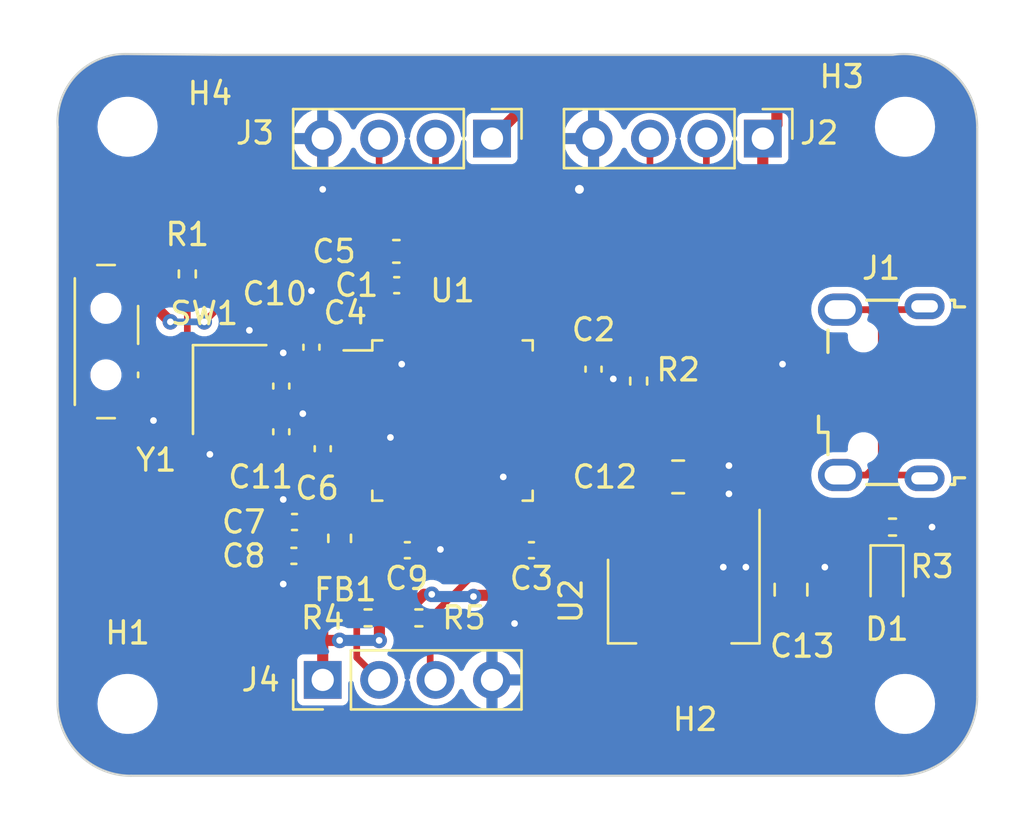
<source format=kicad_pcb>
(kicad_pcb (version 20221018) (generator pcbnew)
  (layers (0 "F.Cu" signal) (31 "B.Cu" power) (34 "B.Paste" user) (35 "F.Paste" user) (36 "B.SilkS" user "B.Silkscreen") (37 "F.SilkS" user "F.Silkscreen") (38 "B.Mask" user) (39 "F.Mask" user) (44 "Edge.Cuts" user))
  (net 0 "")
  (net 1 "+3.3V")
  (net 2 "GND")
  (net 3 "+3.3VA")
  (net 4 "Net-(U1-NRST)")
  (net 5 "/HSE_IN")
  (net 6 "/HSE_OUT")
  (net 7 "VBUS")
  (net 8 "/USB_D-")
  (net 9 "/USB_D+")
  (net 10 "/SW_DIO")
  (net 11 "/SWCLK")
  (net 12 "/USART1_TX")
  (net 13 "/USART1_RX")
  (net 14 "/I2C2_SCL")
  (net 15 "/I2C2_SDA")
  (net 16 "/Boot0")
  (net 44 "/PWR_LED_K")
  (net 46 "unconnected-(J1-Shield-Pad6)")
  (net 47 "/SW_BOOT0")
  (footprint "Resistor_SMD:R_0402_1005Metric" (layer "F.Cu") (at 67.828 103.124 180)
    (fp_text reference "R4" (at 2.042 0) (layer "F.SilkS"))
    (fp_text value "1k5")
    (pad "1" smd roundrect (at -0.51 0 180) (size 0.54 0.64) (layers "F.Cu" "F.Paste" "F.Mask") (net 1 "+3.3V"))
    (pad "2" smd roundrect (at 0.51 0 180) (size 0.54 0.64) (layers "F.Cu" "F.Paste" "F.Mask") (net 14 "/I2C2_SCL"))
  )
  (footprint "Capacitor_SMD:C_0805_2012Metric" (layer "F.Cu") (at 86.868 101.854 90)
    (fp_text reference "C13" (at -2.54 0.508 180) (layer "F.SilkS"))
    (fp_text value "22u")
    (pad "1" smd roundrect (at -0.95 0 90) (size 1 1.45) (layers "F.Cu" "F.Paste" "F.Mask") (net 1 "+3.3V"))
    (pad "2" smd roundrect (at 0.95 0 90) (size 1 1.45) (layers "F.Cu" "F.Paste" "F.Mask") (net 2 "GND"))
  )
  (footprint "Capacitor_SMD:C_0402_1005Metric" (layer "F.Cu") (at 64.488 100.33 180)
    (fp_text reference "C8" (at 2.258 0) (layer "F.SilkS"))
    (fp_text value "1u")
    (pad "1" smd roundrect (at -0.48 0 180) (size 0.56 0.62) (layers "F.Cu" "F.Paste" "F.Mask") (net 1 "+3.3V"))
    (pad "2" smd roundrect (at 0.48 0 180) (size 0.56 0.62) (layers "F.Cu" "F.Paste" "F.Mask") (net 2 "GND"))
  )
  (footprint "Capacitor_SMD:C_0402_1005Metric" (layer "F.Cu") (at 69.596 100.076)
    (fp_text reference "C9" (at -0.028 1.27) (layer "F.SilkS"))
    (fp_text value "100n")
    (pad "1" smd roundrect (at -0.48 0) (size 0.56 0.62) (layers "F.Cu" "F.Paste" "F.Mask") (net 4 "Net-(U1-NRST)"))
    (pad "2" smd roundrect (at 0.48 0) (size 0.56 0.62) (layers "F.Cu" "F.Paste" "F.Mask") (net 2 "GND"))
  )
  (footprint "Resistor_SMD:R_0402_1005Metric" (layer "F.Cu") (at 91.44 99.0345)
    (fp_text reference "R3" (at 1.778 1.778) (layer "F.SilkS"))
    (fp_text value "1k5")
    (pad "1" smd roundrect (at -0.51 0) (size 0.54 0.64) (layers "F.Cu" "F.Paste" "F.Mask") (net 44 "/PWR_LED_K"))
    (pad "2" smd roundrect (at 0.51 0) (size 0.54 0.64) (layers "F.Cu" "F.Paste" "F.Mask") (net 2 "GND"))
  )
  (footprint "Capacitor_SMD:C_0402_1005Metric" (layer "F.Cu") (at 63.92 94.742 90)
    (fp_text reference "C11" (at -2.032 -0.928 180) (layer "F.SilkS"))
    (fp_text value "10p")
    (pad "1" smd roundrect (at -0.48 0 90) (size 0.56 0.62) (layers "F.Cu" "F.Paste" "F.Mask") (net 6 "/HSE_OUT"))
    (pad "2" smd roundrect (at 0.48 0 90) (size 0.56 0.62) (layers "F.Cu" "F.Paste" "F.Mask") (net 2 "GND"))
  )
  (footprint "Capacitor_SMD:C_0402_1005Metric" (layer "F.Cu") (at 64.516 98.806 180)
    (fp_text reference "C7" (at 2.286 0) (layer "F.SilkS"))
    (fp_text value "1u")
    (pad "1" smd roundrect (at -0.48 0 180) (size 0.56 0.62) (layers "F.Cu" "F.Paste" "F.Mask") (net 3 "+3.3VA"))
    (pad "2" smd roundrect (at 0.48 0 180) (size 0.56 0.62) (layers "F.Cu" "F.Paste" "F.Mask") (net 2 "GND"))
  )
  (footprint "Inductor_SMD:L_0603_1608Metric" (layer "F.Cu") (at 66.548 99.5425 -90)
    (fp_text reference "FB1" (at 2.3115 -0.254 -180) (layer "F.SilkS"))
    (fp_text value "120R")
    (pad "1" smd roundrect (at -0.7875 0 270) (size 0.875 0.95) (layers "F.Cu" "F.Paste" "F.Mask") (net 3 "+3.3VA"))
    (pad "2" smd roundrect (at 0.7875 0 270) (size 0.875 0.95) (layers "F.Cu" "F.Paste" "F.Mask") (net 1 "+3.3V"))
  )
  (footprint "Capacitor_SMD:C_0805_2012Metric" (layer "F.Cu") (at 81.788 96.774)
    (fp_text reference "C12" (at -3.302 0) (layer "F.SilkS"))
    (fp_text value "22u")
    (pad "1" smd roundrect (at -0.95 0) (size 1 1.45) (layers "F.Cu" "F.Paste" "F.Mask") (net 7 "VBUS"))
    (pad "2" smd roundrect (at 0.95 0) (size 1 1.45) (layers "F.Cu" "F.Paste" "F.Mask") (net 2 "GND"))
  )
  (footprint "Resistor_SMD:R_0402_1005Metric" (layer "F.Cu") (at 80.01 92.456 -90)
    (fp_text reference "R2" (at -0.508 -1.778 -180) (layer "F.SilkS"))
    (fp_text value "1k5")
    (pad "1" smd roundrect (at -0.51 0 270) (size 0.54 0.64) (layers "F.Cu" "F.Paste" "F.Mask") (net 1 "+3.3V"))
    (pad "2" smd roundrect (at 0.51 0 270) (size 0.54 0.64) (layers "F.Cu" "F.Paste" "F.Mask") (net 9 "/USB_D+"))
  )
  (footprint "Capacitor_SMD:C_0402_1005Metric" (layer "F.Cu") (at 75.184 100.076 180)
    (fp_text reference "C3" (at 0 -1.27) (layer "F.SilkS"))
    (fp_text value "100n")
    (pad "1" smd roundrect (at -0.48 0 180) (size 0.56 0.62) (layers "F.Cu" "F.Paste" "F.Mask") (net 1 "+3.3V"))
    (pad "2" smd roundrect (at 0.48 0 180) (size 0.56 0.62) (layers "F.Cu" "F.Paste" "F.Mask") (net 2 "GND"))
  )
  (footprint "MountingHole:MountingHole_2.2mm_M2" (layer "F.Cu") (at 92 81)
    (fp_text reference "H3" (at -2.846 -2.26) (layer "F.SilkS"))
    (fp_text value "MountingHole" hide)
    (pad "" np_thru_hole circle (at 0 0) (size 2.2 2.2) (drill 2.2) (layers "*.Cu" "*.Mask"))
  )
  (footprint "Resistor_SMD:R_0402_1005Metric" (layer "F.Cu") (at 70.114 103.124)
    (fp_text reference "R5" (at 2.032 0) (layer "F.SilkS"))
    (fp_text value "1k5")
    (pad "1" smd roundrect (at -0.51 0) (size 0.54 0.64) (layers "F.Cu" "F.Paste" "F.Mask") (net 1 "+3.3V"))
    (pad "2" smd roundrect (at 0.51 0) (size 0.54 0.64) (layers "F.Cu" "F.Paste" "F.Mask") (net 15 "/I2C2_SDA"))
  )
  (footprint "Connector_PinHeader_2.54mm:PinHeader_1x04_P2.54mm_Vertical" (layer "F.Cu") (at 73.406 81.534 -90)
    (fp_text reference "J3" (at -0.254 10.668) (layer "F.SilkS"))
    (fp_text value "Conn_01x04_Pin")
    (pad "1" thru_hole rect (at 0 0 270) (size 1.7 1.7) (drill 1) (layers "*.Cu" "*.Mask") (net 1 "+3.3V"))
    (pad "2" thru_hole oval (at 0 2.54 270) (size 1.7 1.7) (drill 1) (layers "*.Cu" "*.Mask") (net 12 "/USART1_TX"))
    (pad "3" thru_hole oval (at 0 5.08 270) (size 1.7 1.7) (drill 1) (layers "*.Cu" "*.Mask") (net 13 "/USART1_RX"))
    (pad "4" thru_hole oval (at 0 7.62 270) (size 1.7 1.7) (drill 1) (layers "*.Cu" "*.Mask") (net 2 "GND"))
  )
  (footprint "LED_SMD:LED_0603_1608Metric" (layer "F.Cu") (at 91.186 101.346 -90)
    (fp_text reference "D1" (at 2.286 0) (layer "F.SilkS"))
    (fp_text value "RED")
    (pad "1" smd roundrect (at -0.7875 0 270) (size 0.875 0.95) (layers "F.Cu" "F.Paste" "F.Mask") (net 44 "/PWR_LED_K"))
    (pad "2" smd roundrect (at 0.7875 0 270) (size 0.875 0.95) (layers "F.Cu" "F.Paste" "F.Mask") (net 1 "+3.3V"))
  )
  (footprint "Package_TO_SOT_SMD:SOT-223-3_TabPin2" (layer "F.Cu") (at 82.042 102.362 -90)
    (fp_text reference "U2" (at 0 5.08 90) (layer "F.SilkS"))
    (fp_text value "AMS1117-3.3")
    (pad "1" smd rect (at -3.15 -2.3 270) (size 2 1.5) (layers "F.Cu" "F.Paste" "F.Mask") (net 2 "GND"))
    (pad "2" smd rect (at -3.15 0 270) (size 2 1.5) (layers "F.Cu" "F.Paste" "F.Mask") (net 1 "+3.3V"))
    (pad "2" smd rect (at 3.15 0 270) (size 2 3.8) (layers "F.Cu" "F.Paste" "F.Mask") (net 1 "+3.3V"))
    (pad "3" smd rect (at -3.15 2.3 270) (size 2 1.5) (layers "F.Cu" "F.Paste" "F.Mask") (net 7 "VBUS"))
  )
  (footprint "Connector_USB:USB_Micro-B_Wuerth_629105150521" (layer "F.Cu") (at 90.932 92.964 90)
    (fp_text reference "J1" (at 5.593 -0.007 180) (layer "F.SilkS"))
    (fp_text value "USB_B_Micro")
    (pad "" np_thru_hole oval (at -2.5 -0.8 90) (size 0.8 0.8) (drill 0.8) (layers "*.Cu" "*.Mask"))
    (pad "" np_thru_hole oval (at 2.5 -0.8 90) (size 0.8 0.8) (drill 0.8) (layers "*.Cu" "*.Mask"))
    (pad "1" smd rect (at -1.3 -1.9 90) (size 0.45 1.3) (layers "F.Cu" "F.Paste" "F.Mask") (net 7 "VBUS"))
    (pad "2" smd rect (at -0.65 -1.9 90) (size 0.45 1.3) (layers "F.Cu" "F.Paste" "F.Mask") (net 8 "/USB_D-"))
    (pad "3" smd rect (at 0 -1.9 90) (size 0.45 1.3) (layers "F.Cu" "F.Paste" "F.Mask") (net 9 "/USB_D+"))
    (pad "4" smd rect (at 0.65 -1.9 90) (size 0.45 1.3) (layers "F.Cu" "F.Paste" "F.Mask"))
    (pad "5" smd rect (at 1.3 -1.9 90) (size 0.45 1.3) (layers "F.Cu" "F.Paste" "F.Mask") (net 2 "GND"))
    (pad "6" thru_hole oval (at -3.875 1.95 90) (size 1.15 1.8) (drill oval 0.55 1.2) (layers "*.Cu" "*.Mask") (net 46 "unconnected-(J1-Shield-Pad6)"))
    (pad "6" thru_hole oval (at -3.725 -1.85 90) (size 1.45 2) (drill oval 0.85 1.4) (layers "*.Cu" "*.Mask") (net 46 "unconnected-(J1-Shield-Pad6)"))
    (pad "6" thru_hole oval (at 3.725 -1.85 90) (size 1.45 2) (drill oval 0.85 1.4) (layers "*.Cu" "*.Mask") (net 46 "unconnected-(J1-Shield-Pad6)"))
    (pad "6" thru_hole oval (at 3.875 1.95 90) (size 1.15 1.8) (drill oval 0.55 1.2) (layers "*.Cu" "*.Mask") (net 46 "unconnected-(J1-Shield-Pad6)"))
  )
  (footprint "Button_Switch_SMD:SW_SPDT_PCM12" (layer "F.Cu") (at 56.355 90.678 -90)
    (fp_text reference "SW1" (at -1.27 -4.097) (layer "F.SilkS"))
    (fp_text value "SW_SPDT")
    (pad "" smd rect (at -3.65 -0.78 270) (size 1 0.8) (layers "F.Cu" "F.Paste" "F.Mask"))
    (pad "" smd rect (at -3.65 1.43 270) (size 1 0.8) (layers "F.Cu" "F.Paste" "F.Mask"))
    (pad "" np_thru_hole circle (at -1.5 0.33 270) (size 0.9 0.9) (drill 0.9) (layers "*.Cu" "*.Mask"))
    (pad "" np_thru_hole circle (at 1.5 0.33 270) (size 0.9 0.9) (drill 0.9) (layers "*.Cu" "*.Mask"))
    (pad "" smd rect (at 3.65 -0.78 270) (size 1 0.8) (layers "F.Cu" "F.Paste" "F.Mask"))
    (pad "" smd rect (at 3.65 1.43 270) (size 1 0.8) (layers "F.Cu" "F.Paste" "F.Mask"))
    (pad "1" smd rect (at -2.25 -1.43 270) (size 0.7 1.5) (layers "F.Cu" "F.Paste" "F.Mask") (net 1 "+3.3V"))
    (pad "2" smd rect (at 0.75 -1.43 270) (size 0.7 1.5) (layers "F.Cu" "F.Paste" "F.Mask") (net 47 "/SW_BOOT0"))
    (pad "3" smd rect (at 2.25 -1.43 270) (size 0.7 1.5) (layers "F.Cu" "F.Paste" "F.Mask") (net 2 "GND"))
  )
  (footprint "Connector_PinHeader_2.54mm:PinHeader_1x04_P2.54mm_Vertical" (layer "F.Cu") (at 65.786 105.918 90)
    (fp_text reference "J4" (at 0 -2.794 180) (layer "F.SilkS"))
    (fp_text value "Conn_01x04_Pin")
    (pad "1" thru_hole rect (at 0 0 90) (size 1.7 1.7) (drill 1) (layers "*.Cu" "*.Mask") (net 1 "+3.3V"))
    (pad "2" thru_hole oval (at 0 2.54 90) (size 1.7 1.7) (drill 1) (layers "*.Cu" "*.Mask") (net 14 "/I2C2_SCL"))
    (pad "3" thru_hole oval (at 0 5.08 90) (size 1.7 1.7) (drill 1) (layers "*.Cu" "*.Mask") (net 15 "/I2C2_SDA"))
    (pad "4" thru_hole oval (at 0 7.62 90) (size 1.7 1.7) (drill 1) (layers "*.Cu" "*.Mask") (net 2 "GND"))
  )
  (footprint "Crystal:Crystal_SMD_3225-4Pin_3.2x2.5mm" (layer "F.Cu") (at 61.595 92.837 -90)
    (fp_text reference "Y1" (at 3.175 3.302 -180) (layer "F.SilkS"))
    (fp_text value "16MHz")
    (pad "1" smd rect (at -1.1 0.85 270) (size 1.4 1.2) (layers "F.Cu" "F.Paste" "F.Mask") (net 5 "/HSE_IN"))
    (pad "2" smd rect (at 1.1 0.85 270) (size 1.4 1.2) (layers "F.Cu" "F.Paste" "F.Mask") (net 2 "GND"))
    (pad "3" smd rect (at 1.1 -0.85 270) (size 1.4 1.2) (layers "F.Cu" "F.Paste" "F.Mask") (net 6 "/HSE_OUT"))
    (pad "4" smd rect (at -1.1 -0.85 270) (size 1.4 1.2) (layers "F.Cu" "F.Paste" "F.Mask") (net 2 "GND"))
  )
  (footprint "MountingHole:MountingHole_2.2mm_M2" (layer "F.Cu") (at 57 81)
    (fp_text reference "H4" (at 3.706 -1.498) (layer "F.SilkS"))
    (fp_text value "MountingHole" hide)
    (pad "" np_thru_hole circle (at 0 0) (size 2.2 2.2) (drill 2.2) (layers "*.Cu" "*.Mask"))
  )
  (footprint "Connector_PinHeader_2.54mm:PinHeader_1x04_P2.54mm_Vertical" (layer "F.Cu") (at 85.598 81.534 -90)
    (fp_text reference "J2" (at -0.254 -2.54) (layer "F.SilkS"))
    (fp_text value "Conn_01x04_Pin")
    (pad "1" thru_hole rect (at 0 0 270) (size 1.7 1.7) (drill 1) (layers "*.Cu" "*.Mask") (net 1 "+3.3V"))
    (pad "2" thru_hole oval (at 0 2.54 270) (size 1.7 1.7) (drill 1) (layers "*.Cu" "*.Mask") (net 10 "/SW_DIO"))
    (pad "3" thru_hole oval (at 0 5.08 270) (size 1.7 1.7) (drill 1) (layers "*.Cu" "*.Mask") (net 11 "/SWCLK"))
    (pad "4" thru_hole oval (at 0 7.62 270) (size 1.7 1.7) (drill 1) (layers "*.Cu" "*.Mask") (net 2 "GND"))
  )
  (footprint "Capacitor_SMD:C_0402_1005Metric" (layer "F.Cu") (at 69.116 88.138)
    (fp_text reference "C1" (at -1.806 0) (layer "F.SilkS"))
    (fp_text value "100n")
    (pad "1" smd roundrect (at -0.48 0) (size 0.56 0.62) (layers "F.Cu" "F.Paste" "F.Mask") (net 1 "+3.3V"))
    (pad "2" smd roundrect (at 0.48 0) (size 0.56 0.62) (layers "F.Cu" "F.Paste" "F.Mask") (net 2 "GND"))
  )
  (footprint "MountingHole:MountingHole_2.2mm_M2" (layer "F.Cu") (at 92 107)
    (fp_text reference "H2" (at -9.45 0.696) (layer "F.SilkS"))
    (fp_text value "MountingHole" hide)
    (pad "" np_thru_hole circle (at 0 0) (size 2.2 2.2) (drill 2.2) (layers "*.Cu" "*.Mask"))
  )
  (footprint "MountingHole:MountingHole_2.2mm_M2" (layer "F.Cu") (at 57 107)
    (fp_text reference "H1" (at 0 -3.2) (layer "F.SilkS"))
    (fp_text value "MountingHole" hide)
    (pad "" np_thru_hole circle (at 0 0) (size 2.2 2.2) (drill 2.2) (layers "*.Cu" "*.Mask"))
  )
  (footprint "Capacitor_SMD:C_0402_1005Metric" (layer "F.Cu") (at 65.786 95.504 90)
    (fp_text reference "C6" (at -1.778 -0.254 180) (layer "F.SilkS"))
    (fp_text value "10n")
    (pad "1" smd roundrect (at -0.48 0 90) (size 0.56 0.62) (layers "F.Cu" "F.Paste" "F.Mask") (net 3 "+3.3VA"))
    (pad "2" smd roundrect (at 0.48 0 90) (size 0.56 0.62) (layers "F.Cu" "F.Paste" "F.Mask") (net 2 "GND"))
  )
  (footprint "Capacitor_SMD:C_0402_1005Metric" (layer "F.Cu") (at 77.978 91.92 -90)
    (fp_text reference "C2" (at -1.778 0 -180) (layer "F.SilkS"))
    (fp_text value "100n")
    (pad "1" smd roundrect (at -0.48 0 270) (size 0.56 0.62) (layers "F.Cu" "F.Paste" "F.Mask") (net 1 "+3.3V"))
    (pad "2" smd roundrect (at 0.48 0 270) (size 0.56 0.62) (layers "F.Cu" "F.Paste" "F.Mask") (net 2 "GND"))
  )
  (footprint "Package_QFP:LQFP-48_7x7mm_P0.5mm" (layer "F.Cu") (at 71.628 94.234)
    (fp_text reference "U1" (at 0 -5.85) (layer "F.SilkS"))
    (fp_text value "STM32F103C8T6")
    (pad "1" smd roundrect (at -4.1625 -2.75) (size 1.475 0.3) (layers "F.Cu" "F.Paste" "F.Mask") (net 1 "+3.3V"))
    (pad "2" smd roundrect (at -4.1625 -2.25) (size 1.475 0.3) (layers "F.Cu" "F.Paste" "F.Mask"))
    (pad "3" smd roundrect (at -4.1625 -1.75) (size 1.475 0.3) (layers "F.Cu" "F.Paste" "F.Mask"))
    (pad "4" smd roundrect (at -4.1625 -1.25) (size 1.475 0.3) (layers "F.Cu" "F.Paste" "F.Mask"))
    (pad "5" smd roundrect (at -4.1625 -0.75) (size 1.475 0.3) (layers "F.Cu" "F.Paste" "F.Mask") (net 5 "/HSE_IN"))
    (pad "6" smd roundrect (at -4.1625 -0.25) (size 1.475 0.3) (layers "F.Cu" "F.Paste" "F.Mask") (net 6 "/HSE_OUT"))
    (pad "7" smd roundrect (at -4.1625 0.25) (size 1.475 0.3) (layers "F.Cu" "F.Paste" "F.Mask") (net 4 "Net-(U1-NRST)"))
    (pad "8" smd roundrect (at -4.1625 0.75) (size 1.475 0.3) (layers "F.Cu" "F.Paste" "F.Mask") (net 2 "GND"))
    (pad "9" smd roundrect (at -4.1625 1.25) (size 1.475 0.3) (layers "F.Cu" "F.Paste" "F.Mask") (net 3 "+3.3VA"))
    (pad "10" smd roundrect (at -4.1625 1.75) (size 1.475 0.3) (layers "F.Cu" "F.Paste" "F.Mask"))
    (pad "11" smd roundrect (at -4.1625 2.25) (size 1.475 0.3) (layers "F.Cu" "F.Paste" "F.Mask"))
    (pad "12" smd roundrect (at -4.1625 2.75) (size 1.475 0.3) (layers "F.Cu" "F.Paste" "F.Mask"))
    (pad "13" smd roundrect (at -2.75 4.1625) (size 0.3 1.475) (layers "F.Cu" "F.Paste" "F.Mask"))
    (pad "14" smd roundrect (at -2.25 4.1625) (size 0.3 1.475) (layers "F.Cu" "F.Paste" "F.Mask"))
    (pad "15" smd roundrect (at -1.75 4.1625) (size 0.3 1.475) (layers "F.Cu" "F.Paste" "F.Mask"))
    (pad "16" smd roundrect (at -1.25 4.1625) (size 0.3 1.475) (layers "F.Cu" "F.Paste" "F.Mask"))
    (pad "17" smd roundrect (at -0.75 4.1625) (size 0.3 1.475) (layers "F.Cu" "F.Paste" "F.Mask"))
    (pad "18" smd roundrect (at -0.25 4.1625) (size 0.3 1.475) (layers "F.Cu" "F.Paste" "F.Mask"))
    (pad "19" smd roundrect (at 0.25 4.1625) (size 0.3 1.475) (layers "F.Cu" "F.Paste" "F.Mask"))
    (pad "20" smd roundrect (at 0.75 4.1625) (size 0.3 1.475) (layers "F.Cu" "F.Paste" "F.Mask"))
    (pad "21" smd roundrect (at 1.25 4.1625) (size 0.3 1.475) (layers "F.Cu" "F.Paste" "F.Mask") (net 14 "/I2C2_SCL"))
    (pad "22" smd roundrect (at 1.75 4.1625) (size 0.3 1.475) (layers "F.Cu" "F.Paste" "F.Mask") (net 15 "/I2C2_SDA"))
    (pad "23" smd roundrect (at 2.25 4.1625) (size 0.3 1.475) (layers "F.Cu" "F.Paste" "F.Mask") (net 2 "GND"))
    (pad "24" smd roundrect (at 2.75 4.1625) (size 0.3 1.475) (layers "F.Cu" "F.Paste" "F.Mask") (net 1 "+3.3V"))
    (pad "25" smd roundrect (at 4.1625 2.75) (size 1.475 0.3) (layers "F.Cu" "F.Paste" "F.Mask"))
    (pad "26" smd roundrect (at 4.1625 2.25) (size 1.475 0.3) (layers "F.Cu" "F.Paste" "F.Mask"))
    (pad "27" smd roundrect (at 4.1625 1.75) (size 1.475 0.3) (layers "F.Cu" "F.Paste" "F.Mask"))
    (pad "28" smd roundrect (at 4.1625 1.25) (size 1.475 0.3) (layers "F.Cu" "F.Paste" "F.Mask"))
    (pad "29" smd roundrect (at 4.1625 0.75) (size 1.475 0.3) (layers "F.Cu" "F.Paste" "F.Mask"))
    (pad "30" smd roundrect (at 4.1625 0.25) (size 1.475 0.3) (layers "F.Cu" "F.Paste" "F.Mask"))
    (pad "31" smd roundrect (at 4.1625 -0.25) (size 1.475 0.3) (layers "F.Cu" "F.Paste" "F.Mask"))
    (pad "32" smd roundrect (at 4.1625 -0.75) (size 1.475 0.3) (layers "F.Cu" "F.Paste" "F.Mask") (net 8 "/USB_D-"))
    (pad "33" smd roundrect (at 4.1625 -1.25) (size 1.475 0.3) (layers "F.Cu" "F.Paste" "F.Mask") (net 9 "/USB_D+"))
    (pad "34" smd roundrect (at 4.1625 -1.75) (size 1.475 0.3) (layers "F.Cu" "F.Paste" "F.Mask") (net 10 "/SW_DIO"))
    (pad "35" smd roundrect (at 4.1625 -2.25) (size 1.475 0.3) (layers "F.Cu" "F.Paste" "F.Mask") (net 2 "GND"))
    (pad "36" smd roundrect (at 4.1625 -2.75) (size 1.475 0.3) (layers "F.Cu" "F.Paste" "F.Mask") (net 1 "+3.3V"))
    (pad "37" smd roundrect (at 2.75 -4.1625) (size 0.3 1.475) (layers "F.Cu" "F.Paste" "F.Mask") (net 11 "/SWCLK"))
    (pad "38" smd roundrect (at 2.25 -4.1625) (size 0.3 1.475) (layers "F.Cu" "F.Paste" "F.Mask"))
    (pad "39" smd roundrect (at 1.75 -4.1625) (size 0.3 1.475) (layers "F.Cu" "F.Paste" "F.Mask"))
    (pad "40" smd roundrect (at 1.25 -4.1625) (size 0.3 1.475) (layers "F.Cu" "F.Paste" "F.Mask"))
    (pad "41" smd roundrect (at 0.75 -4.1625) (size 0.3 1.475) (layers "F.Cu" "F.Paste" "F.Mask"))
    (pad "42" smd roundrect (at 0.25 -4.1625) (size 0.3 1.475) (layers "F.Cu" "F.Paste" "F.Mask") (net 12 "/USART1_TX"))
    (pad "43" smd roundrect (at -0.25 -4.1625) (size 0.3 1.475) (layers "F.Cu" "F.Paste" "F.Mask") (net 13 "/USART1_RX"))
    (pad "44" smd roundrect (at -0.75 -4.1625) (size 0.3 1.475) (layers "F.Cu" "F.Paste" "F.Mask") (net 16 "/Boot0"))
    (pad "45" smd roundrect (at -1.25 -4.1625) (size 0.3 1.475) (layers "F.Cu" "F.Paste" "F.Mask"))
    (pad "46" smd roundrect (at -1.75 -4.1625) (size 0.3 1.475) (layers "F.Cu" "F.Paste" "F.Mask"))
    (pad "47" smd roundrect (at -2.25 -4.1625) (size 0.3 1.475) (layers "F.Cu" "F.Paste" "F.Mask") (net 2 "GND"))
    (pad "48" smd roundrect (at -2.75 -4.1625) (size 0.3 1.475) (layers "F.Cu" "F.Paste" "F.Mask") (net 1 "+3.3V"))
  )
  (footprint "Resistor_SMD:R_0402_1005Metric" (layer "F.Cu") (at 59.69 87.63 90)
    (fp_text reference "R1" (at 1.778 0) (layer "F.SilkS"))
    (fp_text value "10k")
    (pad "1" smd roundrect (at -0.51 0 90) (size 0.54 0.64) (layers "F.Cu" "F.Paste" "F.Mask") (net 47 "/SW_BOOT0"))
    (pad "2" smd roundrect (at 0.51 0 90) (size 0.54 0.64) (layers "F.Cu" "F.Paste" "F.Mask") (net 16 "/Boot0"))
  )
  (footprint "Capacitor_SMD:C_0402_1005Metric" (layer "F.Cu") (at 65.278 90.932 90)
    (fp_text reference "C4" (at 1.552 1.524 180) (layer "F.SilkS"))
    (fp_text value "100n")
    (pad "1" smd roundrect (at -0.48 0 90) (size 0.56 0.62) (layers "F.Cu" "F.Paste" "F.Mask") (net 1 "+3.3V"))
    (pad "2" smd roundrect (at 0.48 0 90) (size 0.56 0.62) (layers "F.Cu" "F.Paste" "F.Mask") (net 2 "GND"))
  )
  (footprint "Capacitor_SMD:C_0402_1005Metric" (layer "F.Cu") (at 63.92 92.682 90)
    (fp_text reference "C10" (at 4.163 -0.293 180) (layer "F.SilkS"))
    (fp_text value "10p")
    (pad "1" smd roundrect (at -0.48 0 90) (size 0.56 0.62) (layers "F.Cu" "F.Paste" "F.Mask") (net 5 "/HSE_IN"))
    (pad "2" smd roundrect (at 0.48 0 90) (size 0.56 0.62) (layers "F.Cu" "F.Paste" "F.Mask") (net 2 "GND"))
  )
  (footprint "Capacitor_SMD:C_0603_1608Metric" (layer "F.Cu") (at 69.101 86.614)
    (fp_text reference "C5" (at -2.807 0) (layer "F.SilkS"))
    (fp_text value "10u")
    (pad "1" smd roundrect (at -0.775 0) (size 0.9 0.95) (layers "F.Cu" "F.Paste" "F.Mask") (net 1 "+3.3V"))
    (pad "2" smd roundrect (at 0.775 0) (size 0.9 0.95) (layers "F.Cu" "F.Paste" "F.Mask") (net 2 "GND"))
  )
  (gr_line (start 91.445907 77.762397) (end 61.219907 77.762397) (stroke (width 0.1)) (layer "Edge.Cuts"))
  (gr_line (start 53.856978 81.005771) (end 53.848 106.934) (stroke (width 0.1)) (layer "Edge.Cuts"))
  (gr_arc (start 95.25 106.68) (mid 94.208472 109.194472) (end 91.694 110.236) (stroke (width 0.1)) (layer "Edge.Cuts"))
  (gr_arc (start 57.15 110.236) (mid 54.815133 109.268867) (end 53.848 106.934) (stroke (width 0.1)) (layer "Edge.Cuts"))
  (gr_line (start 95.25 106.68) (end 95.25 81.026) (stroke (width 0.1)) (layer "Edge.Cuts"))
  (gr_line (start 61.219907 77.762397) (end 56.896 77.724) (stroke (width 0.1)) (layer "Edge.Cuts"))
  (gr_arc (start 53.856978 81.005771) (mid 54.659615 78.701038) (end 56.896 77.724) (stroke (width 0.1)) (layer "Edge.Cuts"))
  (gr_arc (start 91.445907 77.762397) (mid 94.098034 78.519896) (end 95.25 81.026) (stroke (width 0.1)) (layer "Edge.Cuts"))
  (gr_line (start 57.15 110.236) (end 91.694 110.236) (stroke (width 0.1)) (layer "Edge.Cuts"))
  (segment (start 86.233 80.899) (end 85.598 81.534) (width 0.5) (layer "F.Cu") (net 1))
  (segment (start 66.421 102.108) (end 66.548 102.108) (width 0.5) (layer "F.Cu") (net 1))
  (segment (start 94.488 86.995) (end 94.488 87.503) (width 0.5) (layer "F.Cu") (net 1))
  (segment (start 70.694878 102.063878) (end 70.344123 102.063878) (width 0.5) (layer "F.Cu") (net 1))
  (segment (start 89.408 102.804) (end 90.5155 102.804) (width 0.5) (layer "F.Cu") (net 1))
  (segment (start 68.636 87.686) (end 68.636 88.138) (width 0.5) (layer "F.Cu") (net 1))
  (segment (start 77.934 91.484) (end 77.978 91.44) (width 0.3) (layer "F.Cu") (net 1))
  (segment (start 75.664 106.271) (end 75.664 102.108) (width 0.5) (layer "F.Cu") (net 1))
  (segment (start 73.406 81.534) (end 75.819 79.121) (width 0.5) (layer "F.Cu") (net 1))
  (segment (start 86.868 102.804) (end 89.408 102.804) (width 0.5) (layer "F.Cu") (net 1))
  (segment (start 70.344123 102.063878) (end 69.604 102.804001) (width 0.5) (layer "F.Cu") (net 1))
  (segment (start 67.3935 91.412) (end 67.4655 91.484) (width 0.3) (layer "F.Cu") (net 1))
  (segment (start 82.103 102.804) (end 82.042 102.743) (width 0.5) (layer "F.Cu") (net 1))
  (segment (start 88.646 106.045) (end 88.646 108.204) (width 0.5) (layer "F.Cu") (net 1))
  (segment (start 82.042 102.743) (end 82.042 105.512) (width 0.5) (layer "F.Cu") (net 1))
  (segment (start 75.664 101.473) (end 75.664 100.076) (width 0.5) (layer "F.Cu") (net 1))
  (segment (start 75.664 102.108) (end 72.629244 102.108) (width 0.5) (layer "F.Cu") (net 1))
  (segment (start 55.282 88.228) (end 55.075 88.435) (width 0.5) (layer "F.Cu") (net 1))
  (segment (start 86.995 84.836) (end 92.583 84.836) (width 0.5) (layer "F.Cu") (net 1))
  (segment (start 68.326 86.614) (end 68.326 87.376) (width 0.5) (layer "F.Cu") (net 1))
  (segment (start 88.646 108.204) (end 88.138 108.712) (width 0.5) (layer "F.Cu") (net 1))
  (segment (start 67.4655 91.484) (end 67.4655 86.6425) (width 0.3) (layer "F.Cu") (net 1))
  (segment (start 94.361 101.6) (end 92.329 103.632) (width 0.5) (layer "F.Cu") (net 1))
  (segment (start 88.138 108.712) (end 78.105 108.712) (width 0.5) (layer "F.Cu") (net 1))
  (segment (start 68.338 104.128) (end 68.326 104.14) (width 0.5) (layer "F.Cu") (net 1))
  (segment (start 94.488 101.6) (end 94.361 101.6) (width 0.5) (layer "F.Cu") (net 1))
  (segment (start 75.7905 91.484) (end 77.934 91.484) (width 0.3) (layer "F.Cu") (net 1))
  (segment (start 79.504 91.44) (end 77.978 91.44) (width 0.5) (layer "F.Cu") (net 1))
  (segment (start 69.604 103.124) (end 68.338 103.124) (width 0.5) (layer "F.Cu") (net 1))
  (segment (start 86.36 86.995) (end 81.409 91.946) (width 0.5) (layer "F.Cu") (net 1))
  (segment (start 72.629244 102.108) (end 72.573122 102.164122) (width 0.5) (layer "F.Cu") (net 1))
  (segment (start 75.664 99.6825) (end 75.664 100.076) (width 0.3) (layer "F.Cu") (net 1))
  (segment (start 86.868 102.804) (end 82.103 102.804) (width 0.5) (layer "F.Cu") (net 1))
  (segment (start 75.664 102.108) (end 75.664 101.473) (width 0.5) (layer "F.Cu") (net 1))
  (segment (start 65.786 102.743) (end 66.421 102.108) (width 0.5) (layer "F.Cu") (net 1))
  (segment (start 57.785 88.428) (end 57.785 88.646) (width 0.5) (layer "F.Cu") (net 1))
  (segment (start 59.055 104.14) (end 65.786 104.14) (width 0.5) (layer "F.Cu") (net 1))
  (segment (start 85.598 79.121) (end 86.233 79.756) (width 0.5) (layer "F.Cu") (net 1))
  (segment (start 65.278 91.412) (end 67.3935 91.412) (width 0.3) (layer "F.Cu") (net 1))
  (segment (start 68.878 90.0715) (end 68.878 89.198) (width 0.3) (layer "F.Cu") (net 1))
  (segment (start 68.878 89.198) (end 68.636 88.956) (width 0.3) (layer "F.Cu") (net 1))
  (segment (start 94.488 87.503) (end 94.488 101.6) (width 0.5) (layer "F.Cu") (net 1))
  (segment (start 74.378 98.3965) (end 75.664 99.6825) (width 0.3) (layer "F.Cu") (net 1))
  (segment (start 69.604 102.804001) (end 69.604 103.124) (width 0.5) (layer "F.Cu") (net 1))
  (segment (start 81.409 91.946) (end 80.01 91.946) (width 0.5) (layer "F.Cu") (net 1))
  (segment (start 68.636 88.956) (end 68.636 88.138) (width 0.3) (layer "F.Cu") (net 1))
  (segment (start 66.548 100.33) (end 64.968 100.33) (width 0.5) (layer "F.Cu") (net 1))
  (segment (start 66.548 104.14) (end 65.786 104.14) (width 0.5) (layer "F.Cu") (net 1))
  (segment (start 86.233 79.756) (end 86.233 80.899) (width 0.5) (layer "F.Cu") (net 1))
  (segment (start 67.437 86.614) (end 68.326 86.614) (width 0.3) (layer "F.Cu") (net 1))
  (segment (start 55.075 92.678) (end 56.261 93.864) (width 0.5) (layer "F.Cu") (net 1))
  (segment (start 66.548 102.108) (end 66.548 100.33) (width 0.5) (layer "F.Cu") (net 1))
  (segment (start 55.075 88.435) (end 55.075 92.678) (width 0.5) (layer "F.Cu") (net 1))
  (segment (start 68.326 87.376) (end 68.636 87.686) (width 0.5) (layer "F.Cu") (net 1))
  (segment (start 90.5155 102.804) (end 91.186 102.1335) (width 0.5) (layer "F.Cu") (net 1))
  (segment (start 65.786 105.918) (end 65.786 104.14) (width 0.5) (layer "F.Cu") (net 1))
  (segment (start 92.583 84.836) (end 94.488 86.741) (width 0.5) (layer "F.Cu") (net 1))
  (segment (start 92.329 103.632) (end 89.408 103.632) (width 0.5) (layer "F.Cu") (net 1))
  (segment (start 82.042 99.212) (end 82.042 102.743) (width 0.5) (layer "F.Cu") (net 1))
  (segment (start 89.408 102.804) (end 89.408 103.632) (width 0.5) (layer "F.Cu") (net 1))
  (segment (start 57.785 88.646) (end 58.928 89.789) (width 0.5) (layer "F.Cu") (net 1))
  (segment (start 65.786 104.14) (end 65.786 102.743) (width 0.5) (layer "F.Cu") (net 1))
  (segment (start 75.819 79.121) (end 85.598 79.121) (width 0.5) (layer "F.Cu") (net 1))
  (segment (start 85.598 81.534) (end 85.598 83.439) (width 0.5) (layer "F.Cu") (net 1))
  (segment (start 57.585 88.228) (end 55.282 88.228) (width 0.5) (layer "F.Cu") (net 1))
  (segment (start 57.785 88.428) (end 57.585 88.228) (width 0.5) (layer "F.Cu") (net 1))
  (segment (start 89.408 105.283) (end 88.646 106.045) (width 0.5) (layer "F.Cu") (net 1))
  (segment (start 60.452 89.789) (end 63.627 86.614) (width 0.3) (layer "F.Cu") (net 1))
  (segment (start 63.627 86.614) (end 67.437 86.614) (width 0.3) (layer "F.Cu") (net 1))
  (segment (start 68.338 103.124) (end 68.338 104.128) (width 0.5) (layer "F.Cu") (net 1))
  (segment (start 56.261 93.864) (end 56.261 101.346) (width 0.5) (layer "F.Cu") (net 1))
  (segment (start 89.408 103.632) (end 89.408 105.283) (width 0.5) (layer "F.Cu") (net 1))
  (segment (start 56.261 101.346) (end 59.055 104.14) (width 0.5) (layer "F.Cu") (net 1))
  (segment (start 85.598 83.439) (end 86.995 84.836) (width 0.5) (layer "F.Cu") (net 1))
  (segment (start 86.36 86.995) (end 94.488 86.995) (width 0.5) (layer "F.Cu") (net 1))
  (segment (start 94.488 86.741) (end 94.488 86.995) (width 0.5) (layer "F.Cu") (net 1))
  (segment (start 80.01 91.946) (end 79.504 91.44) (width 0.5) (layer "F.Cu") (net 1))
  (segment (start 67.4655 86.6425) (end 67.437 86.614) (width 0.3) (layer "F.Cu") (net 1))
  (segment (start 78.105 108.712) (end 75.664 106.271) (width 0.5) (layer "F.Cu") (net 1))
  (via (at 66.548 104.14) (size 0.7) (drill 0.3) (layers "F.Cu" "B.Cu") (net 1))
  (via (at 72.573122 102.164122) (size 0.7) (drill 0.3) (layers "F.Cu" "B.Cu") (net 1))
  (via (at 58.928 89.789) (size 0.7) (drill 0.3) (layers "F.Cu" "B.Cu") (net 1))
  (via (at 70.694878 102.063878) (size 0.7) (drill 0.3) (layers "F.Cu" "B.Cu") (net 1))
  (via (at 68.326 104.14) (size 0.7) (drill 0.3) (layers "F.Cu" "B.Cu") (net 1))
  (via (at 60.452 89.789) (size 0.7) (drill 0.3) (layers "F.Cu" "B.Cu") (net 1))
  (segment (start 72.573122 102.164122) (end 70.795122 102.164122) (width 0.5) (layer "B.Cu") (net 1))
  (segment (start 70.795122 102.164122) (end 70.694878 102.063878) (width 0.5) (layer "B.Cu") (net 1))
  (segment (start 60.452 89.789) (end 58.928 89.789) (width 0.3) (layer "B.Cu") (net 1))
  (segment (start 68.326 104.14) (end 66.548 104.14) (width 0.5) (layer "B.Cu") (net 1))
  (segment (start 91.95 99.0345) (end 93.218 99.0345) (width 0.5) (layer "F.Cu") (net 2))
  (segment (start 69.596 87.63) (end 69.596 88.138) (width 0.5) (layer "F.Cu") (net 2))
  (segment (start 68.822 94.984) (end 68.834 94.996) (width 0.3) (layer "F.Cu") (net 2))
  (segment (start 73.878 98.3965) (end 73.878 99.25) (width 0.3) (layer "F.Cu") (net 2))
  (segment (start 76.63112 91.984) (end 77.04712 92.4) (width 0.3) (layer "F.Cu") (net 2))
  (segment (start 75.7905 91.984) (end 76.63112 91.984) (width 0.3) (layer "F.Cu") (net 2))
  (segment (start 86.517 91.664) (end 86.487 91.694) (width 0.3) (layer "F.Cu") (net 2))
  (segment (start 60.745 93.937) (end 60.745 95.719) (width 0.5) (layer "F.Cu") (net 2))
  (segment (start 73.878 96.81) (end 73.914 96.774) (width 0.3) (layer "F.Cu") (net 2))
  (segment (start 64.551911 94.262) (end 64.889405 93.924506) (width 0.5) (layer "F.Cu") (net 2))
  (segment (start 78.8265 92.4) (end 78.867 92.3595) (width 0.3) (layer "F.Cu") (net 2))
  (segment (start 73.406 105.918) (end 73.406 104.394) (width 0.5) (layer "F.Cu") (net 2))
  (segment (start 69.876 87.35) (end 69.596 87.63) (width 0.5) (layer "F.Cu") (net 2))
  (segment (start 57.785 92.928) (end 58.166 93.309) (width 0.5) (layer "F.Cu") (net 2))
  (segment (start 73.878 98.3965) (end 73.878 96.81) (width 0.3) (layer "F.Cu") (net 2))
  (segment (start 70.076 100.076) (end 71.049876 100.076) (width 0.5) (layer "F.Cu") (net 2))
  (segment (start 63.92 92.202) (end 63.92 91.274) (width 0.5) (layer "F.Cu") (net 2))
  (segment (start 64.036 98.806) (end 64.036 97.818) (width 0.5) (layer "F.Cu") (net 2))
  (segment (start 69.378 90.0715) (end 69.378 89.118) (width 0.3) (layer "F.Cu") (net 2))
  (segment (start 62.445 90.209) (end 62.484 90.17) (width 0.5) (layer "F.Cu") (net 2))
  (segment (start 65.278 90.452) (end 65.278 88.392) (width 0.5) (layer "F.Cu") (net 2))
  (segment (start 62.445 91.737) (end 62.445 90.209) (width 0.5) (layer "F.Cu") (net 2))
  (segment (start 58.166 93.309) (end 58.166 94.234) (width 0.5) (layer "F.Cu") (net 2))
  (segment (start 67.4655 94.984) (end 68.822 94.984) (width 0.3) (layer "F.Cu") (net 2))
  (segment (start 77.978 92.4) (end 78.8265 92.4) (width 0.3) (layer "F.Cu") (net 2))
  (segment (start 69.596 88.9) (end 69.596 88.138) (width 0.3) (layer "F.Cu") (net 2))
  (segment (start 63.92 94.262) (end 64.551911 94.262) (width 0.5) (layer "F.Cu") (net 2))
  (segment (start 69.378 90.0715) (end 69.378 91.658) (width 0.3) (layer "F.Cu") (net 2))
  (segment (start 67.4655 94.984) (end 65.826 94.984) (width 0.3) (layer "F.Cu") (net 2))
  (segment (start 77.978 83.185) (end 77.343 83.82) (width 0.5) (layer "F.Cu") (net 2))
  (segment (start 73.878 99.25) (end 74.704 100.076) (width 0.3) (layer "F.Cu") (net 2))
  (segment (start 89.032 91.664) (end 86.517 91.664) (width 0.3) (layer "F.Cu") (net 2))
  (segment (start 65.786 81.534) (end 65.786 83.82) (width 0.5) (layer "F.Cu") (net 2))
  (segment (start 65.826 94.984) (end 65.786 95.024) (width 0.3) (layer "F.Cu") (net 2))
  (segment (start 77.04712 92.4) (end 77.978 92.4) (width 0.3) (layer "F.Cu") (net 2))
  (segment (start 60.745 95.719) (end 60.706 95.758) (width 0.5) (layer "F.Cu") (net 2))
  (segment (start 69.378 91.658) (end 69.342 91.694) (width 0.3) (layer "F.Cu") (net 2))
  (segment (start 63.92 91.274) (end 64.008 91.186) (width 0.5) (layer "F.Cu") (net 2))
  (segment (start 64.008 100.33) (end 64.008 101.6) (width 0.5) (layer "F.Cu") (net 2))
  (segment (start 64.036 97.818) (end 64.008 97.79) (width 0.5) (layer "F.Cu") (net 2))
  (segment (start 77.978 81.534) (end 77.978 83.185) (width 0.5) (layer "F.Cu") (net 2))
  (segment (start 69.378 89.118) (end 69.596 88.9) (width 0.3) (layer "F.Cu") (net 2))
  (segment (start 69.876 86.614) (end 69.876 87.35) (width 0.5) (layer "F.Cu") (net 2))
  (segment (start 71.049876 100.076) (end 71.084938 100.040938) (width 0.5) (layer "F.Cu") (net 2))
  (segment (start 73.406 104.394) (end 74.422 103.378) (width 0.5) (layer "F.Cu") (net 2))
  (via (at 65.278 88.392) (size 0.7) (drill 0.3) (layers "F.Cu" "B.Cu") (net 2))
  (via (at 65.786 83.82) (size 0.7) (drill 0.3) (layers "F.Cu" "B.Cu") (net 2))
  (via (at 69.342 91.694) (size 0.7) (drill 0.3) (layers "F.Cu" "B.Cu") (net 2))
  (via (at 58.166 94.234) (size 0.7) (drill 0.3) (layers "F.Cu" "B.Cu") (net 2))
  (via (at 77.343 83.82) (size 0.8) (drill 0.4) (layers "F.Cu" "B.Cu") (net 2))
  (via (at 74.422 103.378) (size 0.7) (drill 0.3) (layers "F.Cu" "B.Cu") (net 2))
  (via (at 68.834 94.996) (size 0.7) (drill 0.3) (layers "F.Cu" "B.Cu") (net 2))
  (via (at 78.867 92.3595) (size 0.7) (drill 0.3) (layers "F.Cu" "B.Cu") (net 2))
  (via (at 60.706 95.758) (size 0.7) (drill 0.3) (layers "F.Cu" "B.Cu") (net 2))
  (via (at 84.836 100.838) (size 0.7) (drill 0.3) (layers "F.Cu" "B.Cu") (net 2))
  (via (at 88.392 100.838) (size 0.7) (drill 0.3) (layers "F.Cu" "B.Cu") (net 2))
  (via (at 64.889405 93.924506) (size 0.7) (drill 0.3) (layers "F.Cu" "B.Cu") (net 2))
  (via (at 62.484 90.17) (size 0.7) (drill 0.3) (layers "F.Cu" "B.Cu") (net 2))
  (via (at 93.218 99.0345) (size 0.7) (drill 0.3) (layers "F.Cu" "B.Cu") (net 2))
  (via (at 83.82 100.838) (size 0.7) (drill 0.3) (layers "F.Cu" "B.Cu") (net 2))
  (via (at 64.008 101.6) (size 0.7) (drill 0.3) (layers "F.Cu" "B.Cu") (net 2))
  (via (at 86.487 91.694) (size 0.7) (drill 0.3) (layers "F.Cu" "B.Cu") (net 2))
  (via (at 64.008 91.186) (size 0.7) (drill 0.3) (layers "F.Cu" "B.Cu") (net 2))
  (via (at 84.074 97.536) (size 0.7) (drill 0.3) (layers "F.Cu" "B.Cu") (net 2))
  (via (at 71.084938 100.040938) (size 0.7) (drill 0.3) (layers "F.Cu" "B.Cu") (net 2))
  (via (at 64.008 97.79) (size 0.7) (drill 0.3) (layers "F.Cu" "B.Cu") (net 2))
  (via (at 73.914 96.774) (size 0.7) (drill 0.3) (layers "F.Cu" "B.Cu") (net 2))
  (via (at 84.074 96.266) (size 0.7) (drill 0.3) (layers "F.Cu" "B.Cu") (net 2))
  (segment (start 65.047 98.755) (end 64.996 98.806) (width 0.5) (layer "F.Cu") (net 3))
  (segment (start 65.786 98.755) (end 65.047 98.755) (width 0.5) (layer "F.Cu") (net 3))
  (segment (start 66.548 98.755) (end 65.786 98.755) (width 0.5) (layer "F.Cu") (net 3))
  (segment (start 66.568 95.484) (end 66.068 95.984) (width 0.3) (layer "F.Cu") (net 3))
  (segment (start 67.4655 95.484) (end 66.568 95.484) (width 0.3) (layer "F.Cu") (net 3))
  (segment (start 65.786 95.984) (end 65.786 98.755) (width 0.3) (layer "F.Cu") (net 3))
  (segment (start 66.068 95.984) (end 65.786 95.984) (width 0.3) (layer "F.Cu") (net 3))
  (segment (start 69.534 96.39988) (end 67.818 98.11588) (width 0.3) (layer "F.Cu") (net 4))
  (segment (start 67.4655 94.484) (end 68.35605 94.484) (width 0.3) (layer "F.Cu") (net 4))
  (segment (start 68.54405 94.296) (end 69.12395 94.296) (width 0.3) (layer "F.Cu") (net 4))
  (segment (start 67.818 100.076) (end 69.116 100.076) (width 0.3) (layer "F.Cu") (net 4))
  (segment (start 67.818 98.11588) (end 67.818 100.076) (width 0.3) (layer "F.Cu") (net 4))
  (segment (start 69.12395 94.296) (end 69.534 94.70605) (width 0.3) (layer "F.Cu") (net 4))
  (segment (start 68.35605 94.484) (end 68.54405 94.296) (width 0.3) (layer "F.Cu") (net 4))
  (segment (start 69.534 94.70605) (end 69.534 96.39988) (width 0.3) (layer "F.Cu") (net 4))
  (segment (start 64.245 92.837) (end 65.913 92.837) (width 0.3) (layer "F.Cu") (net 5))
  (segment (start 63.92 93.162) (end 63.595 92.837) (width 0.3) (layer "F.Cu") (net 5))
  (segment (start 63.92 93.162) (end 64.245 92.837) (width 0.3) (layer "F.Cu") (net 5))
  (segment (start 60.745 92.241) (end 60.745 91.737) (width 0.3) (layer "F.Cu") (net 5))
  (segment (start 66.56 93.484) (end 67.4655 93.484) (width 0.3) (layer "F.Cu") (net 5))
  (segment (start 63.595 92.837) (end 61.341 92.837) (width 0.3) (layer "F.Cu") (net 5))
  (segment (start 61.341 92.837) (end 60.745 92.241) (width 0.3) (layer "F.Cu") (net 5))
  (segment (start 65.913 92.837) (end 66.56 93.484) (width 0.3) (layer "F.Cu") (net 5))
  (segment (start 64.581861 95.222) (end 63.92 95.222) (width 0.3) (layer "F.Cu") (net 6))
  (segment (start 62.445 93.937) (end 62.445 94.83) (width 0.3) (layer "F.Cu") (net 6))
  (segment (start 62.837 95.222) (end 63.92 95.222) (width 0.3) (layer "F.Cu") (net 6))
  (segment (start 65.819861 93.984) (end 64.581861 95.222) (width 0.3) (layer "F.Cu") (net 6))
  (segment (start 67.4655 93.984) (end 65.819861 93.984) (width 0.3) (layer "F.Cu") (net 6))
  (segment (start 62.445 94.83) (end 62.837 95.222) (width 0.3) (layer "F.Cu") (net 6))
  (segment (start 80.838 95.438) (end 82.012 94.264) (width 0.3) (layer "F.Cu") (net 7))
  (segment (start 79.742 97.87) (end 80.838 96.774) (width 0.3) (layer "F.Cu") (net 7))
  (segment (start 82.012 94.264) (end 89.032 94.264) (width 0.3) (layer "F.Cu") (net 7))
  (segment (start 80.838 96.774) (end 80.838 95.438) (width 0.3) (layer "F.Cu") (net 7))
  (segment (start 79.742 99.212) (end 79.742 97.87) (width 0.3) (layer "F.Cu") (net 7))
  (segment (start 89.032 93.614) (end 88.607 93.614) (width 0.2) (layer "F.Cu") (net 8))
  (segment (start 79.518366 93.484) (end 79.648366 93.614) (width 0.3) (layer "F.Cu") (net 8))
  (segment (start 75.7905 93.484) (end 79.518366 93.484) (width 0.3) (layer "F.Cu") (net 8))
  (segment (start 88.607 93.614) (end 88.507 93.514) (width 0.2) (layer "F.Cu") (net 8))
  (segment (start 79.648366 93.614) (end 89.032 93.614) (width 0.3) (layer "F.Cu") (net 8))
  (segment (start 88.270227 93.064) (end 88.215227 93.009) (width 0.2) (layer "F.Cu") (net 9))
  (segment (start 76.921751 93.009) (end 76.896751 92.984) (width 0.2) (layer "F.Cu") (net 9))
  (segment (start 76.896751 92.984) (end 75.7905 92.984) (width 0.2) (layer "F.Cu") (net 9))
  (segment (start 89.032 92.964) (end 88.607 92.964) (width 0.2) (layer "F.Cu") (net 9))
  (segment (start 88.215227 93.009) (end 76.921751 93.009) (width 0.2) (layer "F.Cu") (net 9))
  (segment (start 88.607 92.964) (end 88.507 93.064) (width 0.2) (layer "F.Cu") (net 9))
  (segment (start 88.507 93.064) (end 88.270227 93.064) (width 0.2) (layer "F.Cu") (net 9))
  (segment (start 83.058 82.804) (end 83.058 81.534) (width 0.3) (layer "F.Cu") (net 10))
  (segment (start 73.914 91.948) (end 83.058 82.804) (width 0.3) (layer "F.Cu") (net 10))
  (segment (start 75.7905 92.484) (end 74.196 92.484) (width 0.3) (layer "F.Cu") (net 10))
  (segment (start 74.196 92.484) (end 73.914 92.202) (width 0.3) (layer "F.Cu") (net 10))
  (segment (start 73.914 92.202) (end 73.914 91.948) (width 0.3) (layer "F.Cu") (net 10))
  (segment (start 78.994 83.82) (end 80.264 83.82) (width 0.3) (layer "F.Cu") (net 11))
  (segment (start 74.378 88.436) (end 78.994 83.82) (width 0.3) (layer "F.Cu") (net 11))
  (segment (start 80.518 83.566) (end 80.518 81.534) (width 0.3) (layer "F.Cu") (net 11))
  (segment (start 74.378 90.0715) (end 74.378 88.436) (width 0.3) (layer "F.Cu") (net 11))
  (segment (start 80.264 83.82) (end 80.518 83.566) (width 0.3) (layer "F.Cu") (net 11))
  (segment (start 72.136 88.646) (end 72.136 84.582) (width 0.3) (layer "F.Cu") (net 12))
  (segment (start 71.878 90.0715) (end 71.878 88.904) (width 0.3) (layer "F.Cu") (net 12))
  (segment (start 72.136 84.582) (end 70.866 83.312) (width 0.3) (layer "F.Cu") (net 12))
  (segment (start 70.866 83.312) (end 70.866 81.534) (width 0.3) (layer "F.Cu") (net 12))
  (segment (start 71.878 88.904) (end 72.136 88.646) (width 0.3) (layer "F.Cu") (net 12))
  (segment (start 68.58 83.566) (end 68.326 83.312) (width 0.3) (layer "F.Cu") (net 13))
  (segment (start 71.378 90.0715) (end 71.378 85.094) (width 0.3) (layer "F.Cu") (net 13))
  (segment (start 69.85 83.566) (end 68.58 83.566) (width 0.3) (layer "F.Cu") (net 13))
  (segment (start 68.326 83.312) (end 68.326 81.534) (width 0.3) (layer "F.Cu") (net 13))
  (segment (start 71.378 85.094) (end 69.85 83.566) (width 0.3) (layer "F.Cu") (net 13))
  (segment (start 67.318 103.124) (end 67.318 102.989) (width 0.3) (layer "F.Cu") (net 14))
  (segment (start 72.878 99.334) (end 72.878 98.3965) (width 0.3) (layer "F.Cu") (net 14))
  (segment (start 67.318 103.124) (end 67.318 104.91) (width 0.3) (layer "F.Cu") (net 14))
  (segment (start 67.318 101.997) (end 68.338 100.977) (width 0.3) (layer "F.Cu") (net 14))
  (segment (start 71.247 100.965) (end 72.878 99.334) (width 0.3) (layer "F.Cu") (net 14))
  (segment (start 68.326 100.965) (end 71.247 100.965) (width 0.3) (layer "F.Cu") (net 14))
  (segment (start 67.318 103.124) (end 67.318 101.997) (width 0.3) (layer "F.Cu") (net 14))
  (segment (start 68.338 100.977) (end 68.326 100.965) (width 0.3) (layer "F.Cu") (net 14))
  (segment (start 67.318 104.91) (end 68.326 105.918) (width 0.3) (layer "F.Cu") (net 14))
  (segment (start 68.338 105.906) (end 68.326 105.918) (width 0.3) (layer "F.Cu") (net 14))
  (segment (start 67.437 102.87) (end 67.318 102.989) (width 0.3) (layer "F.Cu") (net 14))
  (segment (start 70.624 103.124) (end 70.624 105.676) (width 0.3) (layer "F.Cu") (net 15))
  (segment (start 70.624 105.676) (end 70.866 105.918) (width 0.3) (layer "F.Cu") (net 15))
  (segment (start 73.378 100.37) (end 70.624 103.124) (width 0.3) (layer "F.Cu") (net 15))
  (segment (start 73.378 98.3965) (end 73.378 100.37) (width 0.3) (layer "F.Cu") (net 15))
  (segment (start 61.214 84.582) (end 60.96 84.836) (width 0.3) (layer "F.Cu") (net 16))
  (segment (start 60.96 87.122) (end 60.958 87.12) (width 0.3) (layer "F.Cu") (net 16))
  (segment (start 60.96 84.836) (end 60.96 87.122) (width 0.3) (layer "F.Cu") (net 16))
  (segment (start 70.878 90.0715) (end 70.878 85.61) (width 0.3) (layer "F.Cu") (net 16))
  (segment (start 60.958 87.12) (end 59.69 87.12) (width 0.3) (layer "F.Cu") (net 16))
  (segment (start 70.612 85.344) (end 70.612 85.289106) (width 0.3) (layer "F.Cu") (net 16))
  (segment (start 69.904894 84.582) (end 61.214 84.582) (width 0.3) (layer "F.Cu") (net 16))
  (segment (start 70.878 85.61) (end 70.612 85.344) (width 0.3) (layer "F.Cu") (net 16))
  (segment (start 70.612 85.289106) (end 69.904894 84.582) (width 0.3) (layer "F.Cu") (net 16))
  (segment (start 91.186 99.2905) (end 90.93 99.0345) (width 0.5) (layer "F.Cu") (net 44))
  (segment (start 91.186 100.5585) (end 91.186 99.2905) (width 0.5) (layer "F.Cu") (net 44))
  (segment (start 89.082 89.239) (end 92.732 89.239) (width 0.3) (layer "F.Cu") (net 46))
  (segment (start 92.732 96.689) (end 92.882 96.839) (width 0.3) (layer "F.Cu") (net 46))
  (segment (start 90.382 89.239) (end 90.932 89.789) (width 0.3) (layer "F.Cu") (net 46))
  (segment (start 90.255 96.689) (end 89.082 96.689) (width 0.3) (layer "F.Cu") (net 46))
  (segment (start 90.932 96.012) (end 90.255 96.689) (width 0.3) (layer "F.Cu") (net 46))
  (segment (start 90.932 89.789) (end 90.932 96.012) (width 0.3) (layer "F.Cu") (net 46))
  (segment (start 89.082 89.239) (end 90.382 89.239) (width 0.3) (layer "F.Cu") (net 46))
  (segment (start 92.732 89.239) (end 92.882 89.089) (width 0.3) (layer "F.Cu") (net 46))
  (segment (start 89.082 96.689) (end 92.732 96.689) (width 0.3) (layer "F.Cu") (net 46))
  (segment (start 59.69 88.14) (end 59.69 90.932) (width 0.3) (layer "F.Cu") (net 47))
  (segment (start 59.194 91.428) (end 57.785 91.428) (width 0.3) (layer "F.Cu") (net 47))
  (segment (start 59.69 90.932) (end 59.194 91.428) (width 0.3) (layer "F.Cu") (net 47))
  (zone (net 2) (net_name "GND") (layer "F.Cu") (priority 1) (connect_pads yes (clearance 0.3)) (min_thickness 0.25) (fill yes (thermal_gap 0.5) (thermal_bridge_width 0.5))
    (polygon (pts (xy 84.836 95.758) (xy 85.598 96.52) (xy 85.598 99.314) (xy 86.106 100.33) (xy 88.9 100.33) (xy 89.154 100.584) (xy 89.154 101.346) (xy 88.9 101.6) (xy 83.566 101.6) (xy 83.312 101.346) (xy 83.312 98.298) (xy 83.058 97.536) (xy 82.042 97.536) (xy 81.788 97.282) (xy 81.788 96.012) (xy 82.042 95.758)))
  )
  (zone (net 2) (net_name "GND") (layer "B.Cu") (connect_pads (clearance 0.3)) (min_thickness 0.25) (fill yes (thermal_gap 0.5) (thermal_bridge_width 0.5))
    (polygon (pts (xy 53.34 77.47) (xy 95.758 77.47) (xy 95.758 110.744) (xy 53.34 110.744)))
  )
)
</source>
